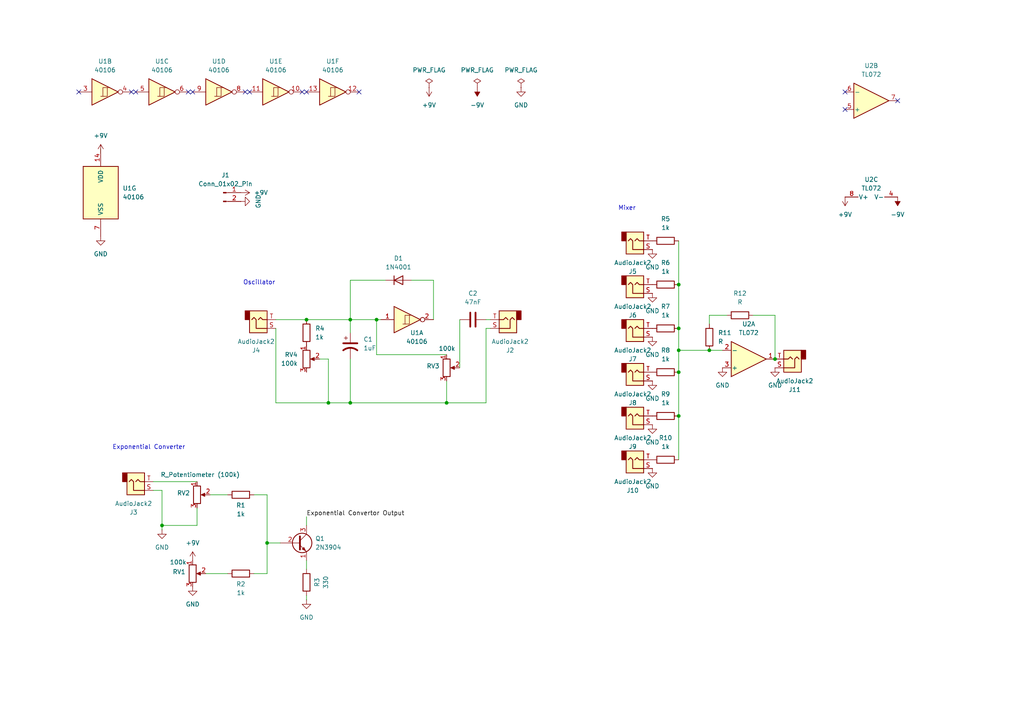
<source format=kicad_sch>
(kicad_sch (version 20231120) (generator "eeschema") (generator_version "8.0")
  (paper "A4")
  (title_block (title "Unstable VCO") (date "2024-04-28") (rev "1") (company "Moon Ha") (comment 1 "www.sustainable-music.org"))
  (lib_symbols
    (symbol "4xxx:40106" (pin_names (offset 1.016))
      (property "Reference" "U" (at 0 1.27 0))
      (property "Value" "40106" (at 0 -1.27 0))
      (symbol "40106_1_0"
        (polyline (pts (xy -0.635 -1.27) (xy -0.635 1.27) (xy 0.635 1.27)))
        (polyline (pts (xy -3.81 3.81) (xy -3.81 -3.81) (xy 3.81 0) (xy -3.81 3.81)) (stroke (width 0.254)) (fill (type background)))
        (polyline (pts (xy -1.27 -1.27) (xy 0.635 -1.27) (xy 0.635 1.27) (xy 1.27 1.27)))
        (pin input line (at -7.62 0 0) (length 3.81) (name "~") (number "1"))
        (pin output inverted (at 7.62 0 180) (length 3.81) (name "~") (number "2"))
      )
      (symbol "40106_2_0"
        (polyline (pts (xy -0.635 -1.27) (xy -0.635 1.27) (xy 0.635 1.27)))
        (polyline (pts (xy -3.81 3.81) (xy -3.81 -3.81) (xy 3.81 0) (xy -3.81 3.81)) (stroke (width 0.254)) (fill (type background)))
        (polyline (pts (xy -1.27 -1.27) (xy 0.635 -1.27) (xy 0.635 1.27) (xy 1.27 1.27)))
        (pin input line (at -7.62 0 0) (length 3.81) (name "~") (number "3"))
        (pin output inverted (at 7.62 0 180) (length 3.81) (name "~") (number "4"))
      )
      (symbol "40106_3_0"
        (polyline (pts (xy -0.635 -1.27) (xy -0.635 1.27) (xy 0.635 1.27)))
        (polyline (pts (xy -3.81 3.81) (xy -3.81 -3.81) (xy 3.81 0) (xy -3.81 3.81)) (stroke (width 0.254)) (fill (type background)))
        (polyline (pts (xy -1.27 -1.27) (xy 0.635 -1.27) (xy 0.635 1.27) (xy 1.27 1.27)))
        (pin input line (at -7.62 0 0) (length 3.81) (name "~") (number "5"))
        (pin output inverted (at 7.62 0 180) (length 3.81) (name "~") (number "6"))
      )
      (symbol "40106_4_0"
        (polyline (pts (xy -0.635 -1.27) (xy -0.635 1.27) (xy 0.635 1.27)))
        (polyline (pts (xy -3.81 3.81) (xy -3.81 -3.81) (xy 3.81 0) (xy -3.81 3.81)) (stroke (width 0.254)) (fill (type background)))
        (polyline (pts (xy -1.27 -1.27) (xy 0.635 -1.27) (xy 0.635 1.27) (xy 1.27 1.27)))
        (pin output inverted (at 7.62 0 180) (length 3.81) (name "~") (number "8"))
        (pin input line (at -7.62 0 0) (length 3.81) (name "~") (number "9"))
      )
      (symbol "40106_5_0"
        (polyline (pts (xy -0.635 -1.27) (xy -0.635 1.27) (xy 0.635 1.27)))
        (polyline (pts (xy -3.81 3.81) (xy -3.81 -3.81) (xy 3.81 0) (xy -3.81 3.81)) (stroke (width 0.254)) (fill (type background)))
        (polyline (pts (xy -1.27 -1.27) (xy 0.635 -1.27) (xy 0.635 1.27) (xy 1.27 1.27)))
        (pin output inverted (at 7.62 0 180) (length 3.81) (name "~") (number "10"))
        (pin input line (at -7.62 0 0) (length 3.81) (name "~") (number "11"))
      )
      (symbol "40106_6_0"
        (polyline (pts (xy -0.635 -1.27) (xy -0.635 1.27) (xy 0.635 1.27)))
        (polyline (pts (xy -3.81 3.81) (xy -3.81 -3.81) (xy 3.81 0) (xy -3.81 3.81)) (stroke (width 0.254)) (fill (type background)))
        (polyline (pts (xy -1.27 -1.27) (xy 0.635 -1.27) (xy 0.635 1.27) (xy 1.27 1.27)))
        (pin output inverted (at 7.62 0 180) (length 3.81) (name "~") (number "12"))
        (pin input line (at -7.62 0 0) (length 3.81) (name "~") (number "13"))
      )
      (symbol "40106_7_0"
        (pin power_in line (at 0 12.7 270) (length 5.08) (name "VDD") (number "14"))
        (pin power_in line (at 0 -12.7 90) (length 5.08) (name "VSS") (number "7"))
      )
      (symbol "40106_7_1"
        (rectangle (start -5.08 7.62) (end 5.08 -7.62) (stroke (width 0.254)) (fill (type background)))
      )
    )
    (symbol "Amplifier_Operational:TL072" (pin_names (offset 0.127))
      (property "Reference" "U" (at 0 5.08 0))
      (property "Value" "TL072" (at 0 -5.08 0))
      (symbol "TL072_1_1"
        (polyline (pts (xy -5.08 5.08) (xy 5.08 0) (xy -5.08 -5.08) (xy -5.08 5.08)) (stroke (width 0.254)) (fill (type background)))
        (pin output line (at 7.62 0 180) (length 2.54) (name "~") (number "1"))
        (pin input line (at -7.62 -2.54 0) (length 2.54) (name "-") (number "2"))
        (pin input line (at -7.62 2.54 0) (length 2.54) (name "+") (number "3"))
      )
      (symbol "TL072_2_1"
        (polyline (pts (xy -5.08 5.08) (xy 5.08 0) (xy -5.08 -5.08) (xy -5.08 5.08)) (stroke (width 0.254)) (fill (type background)))
        (pin input line (at -7.62 2.54 0) (length 2.54) (name "+") (number "5"))
        (pin input line (at -7.62 -2.54 0) (length 2.54) (name "-") (number "6"))
        (pin output line (at 7.62 0 180) (length 2.54) (name "~") (number "7"))
      )
      (symbol "TL072_3_1"
        (pin power_in line (at -2.54 -7.62 90) (length 3.81) (name "V-") (number "4"))
        (pin power_in line (at -2.54 7.62 270) (length 3.81) (name "V+") (number "8"))
      )
    )
    (symbol "Connector:Conn_01x02_Pin" (pin_names (offset 1.016) hide)
      (property "Reference" "J" (at 0 2.54 0))
      (property "Value" "Conn_01x02_Pin" (at 0 -5.08 0))
      (symbol "Conn_01x02_Pin_1_1"
        (polyline (pts (xy 1.27 -2.54) (xy 0.8636 -2.54)) (stroke (width 0.1524)))
        (polyline (pts (xy 1.27 0) (xy 0.8636 0)) (stroke (width 0.1524)))
        (rectangle (start 0.8636 -2.413) (end 0 -2.667) (stroke (width 0.1524)) (fill (type outline)))
        (rectangle (start 0.8636 0.127) (end 0 -0.127) (stroke (width 0.1524)) (fill (type outline)))
        (pin passive line (at 5.08 0 180) (length 3.81) (name "Pin_1") (number "1"))
        (pin passive line (at 5.08 -2.54 180) (length 3.81) (name "Pin_2") (number "2"))
      )
    )
    (symbol "Connector_Audio:AudioJack2"
      (property "Reference" "J" (at 0 8.89 0))
      (property "Value" "AudioJack2" (at 0 6.35 0))
      (symbol "AudioJack2_0_1"
        (rectangle (start -3.81 0) (end -2.54 -2.54) (stroke (width 0.254)) (fill (type outline)))
        (rectangle (start -2.54 3.81) (end 2.54 -2.54) (stroke (width 0.254)) (fill (type background)))
        (polyline (pts (xy 0 0) (xy 0.635 -0.635) (xy 1.27 0) (xy 2.54 0)) (stroke (width 0.254)))
        (polyline (pts (xy 2.54 2.54) (xy -0.635 2.54) (xy -0.635 0) (xy -1.27 -0.635) (xy -1.905 0)) (stroke (width 0.254)))
      )
      (symbol "AudioJack2_1_1"
        (pin passive line (at 5.08 2.54 180) (length 2.54) (name "~") (number "S"))
        (pin passive line (at 5.08 0 180) (length 2.54) (name "~") (number "T"))
      )
    )
    (symbol "Device:C" (pin_numbers hide) (pin_names (offset 0.254))
      (property "Reference" "C" (at 0.635 2.54 0))
      (property "Value" "C" (at 0.635 -2.54 0))
      (symbol "C_0_1"
        (polyline (pts (xy -2.032 -0.762) (xy 2.032 -0.762)) (stroke (width 0.508)))
        (polyline (pts (xy -2.032 0.762) (xy 2.032 0.762)) (stroke (width 0.508)))
      )
      (symbol "C_1_1"
        (pin passive line (at 0 3.81 270) (length 2.794) (name "~") (number "1"))
        (pin passive line (at 0 -3.81 90) (length 2.794) (name "~") (number "2"))
      )
    )
    (symbol "Device:C_Polarized_US" (pin_numbers hide) (pin_names (offset 0.254) hide)
      (property "Reference" "C" (at 0.635 2.54 0))
      (property "Value" "C_Polarized_US" (at 0.635 -2.54 0))
      (symbol "C_Polarized_US_0_1"
        (polyline (pts (xy -2.032 0.762) (xy 2.032 0.762)) (stroke (width 0.508)))
        (polyline (pts (xy -1.778 2.286) (xy -0.762 2.286)))
        (polyline (pts (xy -1.27 1.778) (xy -1.27 2.794)))
        (arc (start 2.032 -1.27) (mid 0 -0.5572) (end -2.032 -1.27) (stroke (width 0.508)))
      )
      (symbol "C_Polarized_US_1_1"
        (pin passive line (at 0 3.81 270) (length 2.794) (name "~") (number "1"))
        (pin passive line (at 0 -3.81 90) (length 3.302) (name "~") (number "2"))
      )
    )
    (symbol "Device:D" (pin_numbers hide) (pin_names (offset 1.016) hide)
      (property "Reference" "D" (at 0 2.54 0))
      (property "Value" "D" (at 0 -2.54 0))
      (symbol "D_0_1"
        (polyline (pts (xy -1.27 1.27) (xy -1.27 -1.27)) (stroke (width 0.254)))
        (polyline (pts (xy 1.27 0) (xy -1.27 0)))
        (polyline (pts (xy 1.27 1.27) (xy 1.27 -1.27) (xy -1.27 0) (xy 1.27 1.27)) (stroke (width 0.254)))
      )
      (symbol "D_1_1"
        (pin passive line (at -3.81 0 0) (length 2.54) (name "K") (number "1"))
        (pin passive line (at 3.81 0 180) (length 2.54) (name "A") (number "2"))
      )
    )
    (symbol "Device:R" (pin_numbers hide) (pin_names (offset 0))
      (property "Reference" "R" (at 2.032 0 90))
      (property "Value" "R" (at 0 0 90))
      (symbol "R_0_1"
        (rectangle (start -1.016 -2.54) (end 1.016 2.54) (stroke (width 0.254)))
      )
      (symbol "R_1_1"
        (pin passive line (at 0 3.81 270) (length 1.27) (name "~") (number "1"))
        (pin passive line (at 0 -3.81 90) (length 1.27) (name "~") (number "2"))
      )
    )
    (symbol "Device:R_Potentiometer" (pin_names (offset 1.016) hide)
      (property "Reference" "RV" (at -4.445 0 90))
      (property "Value" "R_Potentiometer" (at -2.54 0 90))
      (symbol "R_Potentiometer_0_1"
        (polyline (pts (xy 2.54 0) (xy 1.524 0)))
        (polyline (pts (xy 1.143 0) (xy 2.286 0.508) (xy 2.286 -0.508) (xy 1.143 0)) (fill (type outline)))
        (rectangle (start 1.016 2.54) (end -1.016 -2.54) (stroke (width 0.254)))
      )
      (symbol "R_Potentiometer_1_1"
        (pin passive line (at 0 3.81 270) (length 1.27) (name "1") (number "1"))
        (pin passive line (at 3.81 0 180) (length 1.27) (name "2") (number "2"))
        (pin passive line (at 0 -3.81 90) (length 1.27) (name "3") (number "3"))
      )
    )
    (symbol "Transistor_BJT:2N3904" (pin_names (offset 0) hide)
      (property "Reference" "Q" (at 5.08 1.905 0))
      (property "Value" "2N3904" (at 5.08 0 0))
      (symbol "2N3904_0_1"
        (polyline (pts (xy 0.635 0.635) (xy 2.54 2.54)))
        (polyline (pts (xy 0.635 -0.635) (xy 2.54 -2.54) (xy 2.54 -2.54)))
        (polyline (pts (xy 0.635 1.905) (xy 0.635 -1.905) (xy 0.635 -1.905)) (stroke (width 0.508)))
        (polyline (pts (xy 1.27 -1.778) (xy 1.778 -1.27) (xy 2.286 -2.286) (xy 1.27 -1.778) (xy 1.27 -1.778)) (fill (type outline)))
        (circle (center 1.27 0) (radius 2.8194) (stroke (width 0.254)))
      )
      (symbol "2N3904_1_1"
        (pin passive line (at 2.54 -5.08 90) (length 2.54) (name "E") (number "1"))
        (pin passive line (at -5.08 0 0) (length 5.715) (name "B") (number "2"))
        (pin passive line (at 2.54 5.08 270) (length 2.54) (name "C") (number "3"))
      )
    )
    (symbol "power:+9V" (power) (pin_numbers hide) (pin_names (offset 0) hide)
      (property "Value" "+9V" (at 0 3.556 0))
      (symbol "+9V_0_1"
        (polyline (pts (xy -0.762 1.27) (xy 0 2.54)))
        (polyline (pts (xy 0 0) (xy 0 2.54)))
        (polyline (pts (xy 0 2.54) (xy 0.762 1.27)))
      )
      (symbol "+9V_1_1"
        (pin power_in line (at 0 0 90) (length 0) (name "~") (number "1"))
      )
    )
    (symbol "power:-9V" (power) (pin_numbers hide) (pin_names (offset 0) hide)
      (property "Value" "-9V" (at 0 3.556 0))
      (symbol "-9V_0_1"
        (polyline (pts (xy 0 0) (xy 0 2.54)))
        (polyline (pts (xy 0.762 1.27) (xy -0.762 1.27) (xy 0 2.54) (xy 0.762 1.27)) (fill (type outline)))
      )
      (symbol "-9V_1_1"
        (pin power_in line (at 0 0 90) (length 0) (name "~") (number "1"))
      )
    )
    (symbol "power:GND" (power) (pin_numbers hide) (pin_names (offset 0) hide)
      (property "Value" "GND" (at 0 -3.81 0))
      (symbol "GND_0_1"
        (polyline (pts (xy 0 0) (xy 0 -1.27) (xy 1.27 -1.27) (xy 0 -2.54) (xy -1.27 -1.27) (xy 0 -1.27)))
      )
      (symbol "GND_1_1"
        (pin power_in line (at 0 0 270) (length 0) (name "~") (number "1"))
      )
    )
    (symbol "power:PWR_FLAG" (power) (pin_numbers hide) (pin_names (offset 0) hide)
      (property "Value" "PWR_FLAG" (at 0 3.81 0))
      (symbol "PWR_FLAG_0_0"
        (pin power_out line (at 0 0 90) (length 0) (name "~") (number "1"))
      )
      (symbol "PWR_FLAG_0_1"
        (polyline (pts (xy 0 0) (xy 0 1.27) (xy -1.016 1.905) (xy 0 2.54) (xy 1.016 1.905) (xy 0 1.27)))
      )
    )
  )
  (junction (at 196.85 101.6))
  (junction (at 196.85 95.25))
  (junction (at 46.99 152.4))
  (junction (at 196.85 107.95))
  (junction (at 101.6 116.84))
  (junction (at 101.6 92.71))
  (junction (at 205.74 101.6))
  (junction (at 196.85 120.65))
  (junction (at 129.54 116.84))
  (junction (at 88.9 92.71))
  (junction (at 109.22 92.71))
  (junction (at 196.85 82.55))
  (junction (at 77.47 157.48))
  (junction (at 224.79 104.14))
  (junction (at 95.25 116.84))
  (no_connect (at 87.63 26.67))
  (no_connect (at 55.88 26.67))
  (no_connect (at 104.14 26.67))
  (no_connect (at 72.39 26.67))
  (no_connect (at 71.12 26.67))
  (no_connect (at 245.11 31.75))
  (no_connect (at 39.37 26.67))
  (no_connect (at 38.1 26.67))
  (no_connect (at 245.11 26.67))
  (no_connect (at 88.9 26.67))
  (no_connect (at 22.86 26.67))
  (no_connect (at 260.35 29.21))
  (no_connect (at 54.61 26.67))
  (wire (pts (xy 46.99 142.24) (xy 46.99 152.4)))
  (wire (pts (xy 88.9 92.71) (xy 101.6 92.71)))
  (wire (pts (xy 101.6 116.84) (xy 129.54 116.84)))
  (wire (pts (xy 29.21 44.45) (xy 29.21 43.18)))
  (wire (pts (xy 60.96 143.51) (xy 66.04 143.51)))
  (wire (pts (xy 73.66 143.51) (xy 77.47 143.51)))
  (wire (pts (xy 101.6 92.71) (xy 109.22 92.71)))
  (wire (pts (xy 140.97 95.25) (xy 142.24 95.25)))
  (wire (pts (xy 77.47 157.48) (xy 81.28 157.48)))
  (wire (pts (xy 101.6 92.71) (xy 101.6 96.52)))
  (wire (pts (xy 109.22 102.87) (xy 129.54 102.87)))
  (wire (pts (xy 80.01 92.71) (xy 88.9 92.71)))
  (wire (pts (xy 196.85 82.55) (xy 196.85 95.25)))
  (wire (pts (xy 46.99 152.4) (xy 46.99 153.67)))
  (wire (pts (xy 111.76 81.28) (xy 101.6 81.28)))
  (wire (pts (xy 205.74 101.6) (xy 196.85 101.6)))
  (wire (pts (xy 59.69 166.37) (xy 66.04 166.37)))
  (wire (pts (xy 140.97 95.25) (xy 140.97 116.84)))
  (wire (pts (xy 95.25 116.84) (xy 101.6 116.84)))
  (wire (pts (xy 133.35 92.71) (xy 133.35 106.68)))
  (wire (pts (xy 196.85 95.25) (xy 196.85 101.6)))
  (wire (pts (xy 109.22 92.71) (xy 109.22 102.87)))
  (wire (pts (xy 125.73 92.71) (xy 125.73 81.28)))
  (wire (pts (xy 142.24 92.71) (xy 140.97 92.71)))
  (wire (pts (xy 196.85 120.65) (xy 196.85 133.35)))
  (wire (pts (xy 80.01 116.84) (xy 95.25 116.84)))
  (wire (pts (xy 88.9 172.72) (xy 88.9 173.99)))
  (wire (pts (xy 218.44 91.44) (xy 224.79 91.44)))
  (wire (pts (xy 129.54 116.84) (xy 140.97 116.84)))
  (wire (pts (xy 80.01 95.25) (xy 80.01 116.84)))
  (wire (pts (xy 205.74 93.98) (xy 205.74 91.44)))
  (wire (pts (xy 92.71 104.14) (xy 95.25 104.14)))
  (wire (pts (xy 57.15 152.4) (xy 46.99 152.4)))
  (wire (pts (xy 129.54 110.49) (xy 129.54 116.84)))
  (wire (pts (xy 196.85 101.6) (xy 196.85 107.95)))
  (wire (pts (xy 73.66 166.37) (xy 77.47 166.37)))
  (wire (pts (xy 77.47 166.37) (xy 77.47 157.48)))
  (wire (pts (xy 44.45 139.7) (xy 57.15 139.7)))
  (wire (pts (xy 209.55 101.6) (xy 205.74 101.6)))
  (wire (pts (xy 57.15 147.32) (xy 57.15 152.4)))
  (wire (pts (xy 196.85 107.95) (xy 196.85 120.65)))
  (wire (pts (xy 224.79 91.44) (xy 224.79 104.14)))
  (wire (pts (xy 88.9 152.4) (xy 88.9 149.86)))
  (wire (pts (xy 196.85 69.85) (xy 196.85 82.55)))
  (wire (pts (xy 125.73 81.28) (xy 119.38 81.28)))
  (wire (pts (xy 95.25 104.14) (xy 95.25 116.84)))
  (wire (pts (xy 44.45 142.24) (xy 46.99 142.24)))
  (wire (pts (xy 101.6 81.28) (xy 101.6 92.71)))
  (wire (pts (xy 101.6 104.14) (xy 101.6 116.84)))
  (wire (pts (xy 109.22 92.71) (xy 110.49 92.71)))
  (wire (pts (xy 205.74 91.44) (xy 210.82 91.44)))
  (wire (pts (xy 88.9 162.56) (xy 88.9 165.1)))
  (wire (pts (xy 77.47 143.51) (xy 77.47 157.48)))
  (text "Mixer" (at 181.864 60.452 0) (effects (font (size 1.27 1.27))))
  (text "Oscillator" (at 75.184 82.042 0) (effects (font (size 1.27 1.27))))
  (text "Exponential Converter" (at 43.18 129.794 0) (effects (font (size 1.27 1.27))))
  (label "Exponential Convertor Output" (at 88.9 149.86 0))
  (symbol (lib_id "Device:C") (at 137.16 92.71 90) (unit 1)
    (property "Reference" "C2" (at 137.16 85.09 90))
    (property "Value" "47nF" (at 137.16 87.63 90))
    (property "Description" "Unpolarized capacitor" (effects (hide yes)))
  )
  (symbol (lib_id "power:GND") (at 46.99 153.67 0) (unit 1)
    (property "Reference" "#PWR05" (effects (hide yes)))
    (property "Value" "GND" (at 46.99 158.75 0))
    (property "Description" "Power symbol creates a global label with name \"GND\" , ground" (effects (hide yes)))
  )
  (symbol (lib_id "Connector:Conn_01x02_Pin") (at 64.77 55.88 0) (unit 1)
    (property "Reference" "J1" (at 65.405 50.8 0))
    (property "Value" "Conn_01x02_Pin" (at 65.405 53.34 0))
    (property "Footprint" "Connector_PinHeader_2.54mm:PinHeader_1x02_P2.54mm_Vertical" (effects (hide yes)))
    (property "Description" "Generic connector, single row, 01x02, script generated" (effects (hide yes)))
  )
  (symbol (lib_id "Transistor_BJT:2N3904") (at 86.36 157.48 0) (unit 1)
    (property "Reference" "Q1" (at 91.44 156.2099 0) (effects (justify left)))
    (property "Value" "2N3904" (at 91.44 158.7499 0) (effects (justify left)))
    (property "Footprint" "Package_TO_SOT_SMD:SOT-23_Handsoldering" (effects (hide yes)))
    (property "Datasheet" "https://www.onsemi.com/pub/Collateral/2N3903-D.PDF" (effects (hide yes)))
    (property "Description" "0.2A Ic, 40V Vce, Small Signal NPN Transistor, TO-92" (effects (hide yes)))
  )
  (symbol (lib_id "power:PWR_FLAG") (at 124.46 25.4 0) (unit 1)
    (property "Reference" "#FLG01" (effects (hide yes)))
    (property "Value" "PWR_FLAG" (at 124.46 20.32 0))
    (property "Description" "Special symbol for telling ERC where power comes from" (effects (hide yes)))
  )
  (symbol (lib_id "power:GND") (at 189.23 110.49 0) (unit 1)
    (property "Reference" "#PWR014" (effects (hide yes)))
    (property "Value" "GND" (at 189.23 115.57 0))
    (property "Description" "Power symbol creates a global label with name \"GND\" , ground" (effects (hide yes)))
  )
  (symbol (lib_id "Connector_Audio:AudioJack2") (at 74.93 92.71 0) (mirror x) (unit 1)
    (property "Reference" "J4" (at 74.295 101.6 0))
    (property "Value" "AudioJack2" (at 74.295 99.06 0))
    (property "Description" "Audio Jack, 2 Poles (Mono / TS)" (effects (hide yes)))
  )
  (symbol (lib_id "Device:R_Potentiometer") (at 129.54 106.68 0) (unit 1)
    (property "Reference" "RV3" (at 127.508 106.172 0) (effects (justify right)))
    (property "Value" "100k" (at 132.08 101.092 0) (effects (justify right)))
    (property "Footprint" "potentiometer:Potentiometer (general, 11mm, 1mm)" (effects (hide yes)))
    (property "Description" "Potentiometer" (effects (hide yes)))
  )
  (symbol (lib_id "Device:R") (at 193.04 120.65 90) (unit 1)
    (property "Reference" "R9" (at 193.04 114.3 90))
    (property "Value" "1k" (at 193.04 116.84 90))
    (property "Description" "Resistor" (effects (hide yes)))
  )
  (symbol (lib_id "Connector_Audio:AudioJack2") (at 184.15 69.85 0) (mirror x) (unit 1)
    (property "Reference" "J5" (at 183.515 78.74 0))
    (property "Value" "AudioJack2" (at 183.515 76.2 0))
    (property "Description" "Audio Jack, 2 Poles (Mono / TS)" (effects (hide yes)))
  )
  (symbol (lib_id "power:GND") (at 29.21 68.58 0) (unit 1)
    (property "Reference" "#PWR02" (effects (hide yes)))
    (property "Value" "GND" (at 29.21 73.66 0))
    (property "Description" "Power symbol creates a global label with name \"GND\" , ground" (effects (hide yes)))
  )
  (symbol (lib_id "power:GND") (at 55.88 170.18 0) (unit 1)
    (property "Reference" "#PWR07" (effects (hide yes)))
    (property "Value" "GND" (at 55.88 175.26 0))
    (property "Description" "Power symbol creates a global label with name \"GND\" , ground" (effects (hide yes)))
  )
  (symbol (lib_id "Device:R") (at 88.9 168.91 180) (unit 1)
    (property "Reference" "R3" (at 91.948 168.91 90))
    (property "Value" "330" (at 94.488 168.91 90))
    (property "Footprint" "Resistor_SMD:R_0805_2012Metric_Pad1.20x1.40mm_HandSolder" (effects (hide yes)))
    (property "Description" "Resistor" (effects (hide yes)))
  )
  (symbol (lib_id "power:+9V") (at 124.46 25.4 180) (unit 1)
    (property "Reference" "#PWR08" (effects (hide yes)))
    (property "Value" "+9V" (at 124.46 30.48 0))
    (property "Description" "Power symbol creates a global label with name \"+9V\"" (effects (hide yes)))
  )
  (symbol (lib_id "Connector_Audio:AudioJack2") (at 147.32 92.71 180) (unit 1)
    (property "Reference" "J2" (at 147.955 101.6 0))
    (property "Value" "AudioJack2" (at 147.955 99.06 0))
    (property "Description" "Audio Jack, 2 Poles (Mono / TS)" (effects (hide yes)))
  )
  (symbol (lib_id "Connector_Audio:AudioJack2") (at 184.15 120.65 0) (mirror x) (unit 1)
    (property "Reference" "J9" (at 183.515 129.54 0))
    (property "Value" "AudioJack2" (at 183.515 127 0))
    (property "Description" "Audio Jack, 2 Poles (Mono / TS)" (effects (hide yes)))
  )
  (symbol (lib_id "power:PWR_FLAG") (at 138.43 25.4 0) (unit 1)
    (property "Reference" "#FLG03" (effects (hide yes)))
    (property "Value" "PWR_FLAG" (at 138.43 20.32 0))
    (property "Description" "Special symbol for telling ERC where power comes from" (effects (hide yes)))
  )
  (symbol (lib_id "Device:R") (at 205.74 97.79 0) (unit 1)
    (property "Reference" "R11" (at 208.28 96.5199 0) (effects (justify left)))
    (property "Value" "R" (at 208.28 99.0599 0) (effects (justify left)))
    (property "Description" "Resistor" (effects (hide yes)))
  )
  (symbol (lib_id "Device:R") (at 193.04 133.35 90) (unit 1)
    (property "Reference" "R10" (at 193.04 127 90))
    (property "Value" "1k" (at 193.04 129.54 90))
    (property "Description" "Resistor" (effects (hide yes)))
  )
  (symbol (lib_id "power:GND") (at 224.79 106.68 0) (unit 1)
    (property "Reference" "#PWR021" (effects (hide yes)))
    (property "Value" "GND" (at 224.79 111.76 0))
    (property "Description" "Power symbol creates a global label with name \"GND\" , ground" (effects (hide yes)))
  )
  (symbol (lib_id "power:+9V") (at 55.88 162.56 0) (unit 1)
    (property "Reference" "#PWR06" (effects (hide yes)))
    (property "Value" "+9V" (at 55.88 157.48 0))
    (property "Description" "Power symbol creates a global label with name \"+9V\"" (effects (hide yes)))
  )
  (symbol (lib_id "Device:D") (at 115.57 81.28 0) (unit 1)
    (property "Reference" "D1" (at 115.57 74.93 0))
    (property "Value" "1N4001" (at 115.57 77.47 0))
    (property "Footprint" "Diode_SMD:D_SOD-123" (effects (hide yes)))
    (property "Description" "Diode" (effects (hide yes)))
    (property "Sim.Device" "D" (effects (hide yes)))
    (property "Sim.Pins" "1=K 2=A" (effects (hide yes)))
  )
  (symbol (lib_id "power:PWR_FLAG") (at 151.13 25.4 0) (unit 1)
    (property "Reference" "#FLG02" (effects (hide yes)))
    (property "Value" "PWR_FLAG" (at 151.13 20.32 0))
    (property "Description" "Special symbol for telling ERC where power comes from" (effects (hide yes)))
  )
  (symbol (lib_id "Device:R_Potentiometer") (at 55.88 166.37 0) (unit 1)
    (property "Reference" "RV1" (at 53.848 165.862 0) (effects (justify right)))
    (property "Value" "100k" (at 54.102 163.068 0) (effects (justify right)))
    (property "Footprint" "potentiometer:Potentiometer (general, 11mm, 1mm)" (effects (hide yes)))
    (property "Description" "Potentiometer" (effects (hide yes)))
  )
  (symbol (lib_id "4xxx:40106") (at 29.21 55.88 0) (unit 7)
    (property "Reference" "U1" (at 35.56 54.6099 0) (effects (justify left)))
    (property "Value" "40106" (at 35.56 57.1499 0) (effects (justify left)))
    (property "Footprint" "Package_DIP:DIP-14_W8.89mm_SMDSocket_LongPads" (effects (hide yes)))
    (property "Datasheet" "https://assets.nexperia.com/documents/data-sheet/HEF40106B.pdf" (effects (hide yes)))
    (property "Description" "Hex Schmitt trigger inverter" (effects (hide yes)))
  )
  (symbol (lib_id "power:-9V") (at 260.35 57.15 180) (unit 1)
    (property "Reference" "#PWR018" (effects (hide yes)))
    (property "Value" "-9V" (at 260.35 62.23 0))
    (property "Description" "Power symbol creates a global label with name \"-9V\"" (effects (hide yes)))
  )
  (symbol (lib_id "4xxx:40106") (at 30.48 26.67 0) (unit 2)
    (property "Reference" "U1" (at 30.48 17.78 0))
    (property "Value" "40106" (at 30.48 20.32 0))
    (property "Footprint" "Package_DIP:DIP-14_W8.89mm_SMDSocket_LongPads" (effects (hide yes)))
    (property "Datasheet" "https://assets.nexperia.com/documents/data-sheet/HEF40106B.pdf" (effects (hide yes)))
    (property "Description" "Hex Schmitt trigger inverter" (effects (hide yes)))
  )
  (symbol (lib_id "power:GND") (at 189.23 97.79 0) (unit 1)
    (property "Reference" "#PWR013" (effects (hide yes)))
    (property "Value" "GND" (at 189.23 102.87 0))
    (property "Description" "Power symbol creates a global label with name \"GND\" , ground" (effects (hide yes)))
  )
  (symbol (lib_id "power:GND") (at 151.13 25.4 0) (unit 1)
    (property "Reference" "#PWR09" (effects (hide yes)))
    (property "Value" "GND" (at 151.13 30.48 0))
    (property "Description" "Power symbol creates a global label with name \"GND\" , ground" (effects (hide yes)))
  )
  (symbol (lib_id "Device:R") (at 69.85 166.37 90) (unit 1)
    (property "Reference" "R2" (at 69.85 169.418 90))
    (property "Value" "1k" (at 69.85 171.958 90))
    (property "Footprint" "Resistor_SMD:R_0805_2012Metric_Pad1.20x1.40mm_HandSolder" (effects (hide yes)))
    (property "Description" "Resistor" (effects (hide yes)))
  )
  (symbol (lib_id "Amplifier_Operational:TL072") (at 252.73 29.21 0) (mirror x) (unit 2)
    (property "Reference" "U2" (at 252.73 19.05 0))
    (property "Value" "TL072" (at 252.73 21.59 0))
    (property "Datasheet" "http://www.ti.com/lit/ds/symlink/tl071.pdf" (effects (hide yes)))
    (property "Description" "Dual Low-Noise JFET-Input Operational Amplifiers, DIP-8/SOIC-8" (effects (hide yes)))
  )
  (symbol (lib_id "Device:R") (at 69.85 143.51 90) (unit 1)
    (property "Reference" "R1" (at 69.85 146.558 90))
    (property "Value" "1k" (at 69.85 149.098 90))
    (property "Footprint" "Resistor_SMD:R_0805_2012Metric_Pad1.20x1.40mm_HandSolder" (effects (hide yes)))
    (property "Description" "Resistor" (effects (hide yes)))
  )
  (symbol (lib_id "power:+9V") (at 69.85 55.88 270) (unit 1)
    (property "Reference" "#PWR03" (effects (hide yes)))
    (property "Value" "+9V" (at 73.66 55.8799 90) (effects (justify left)))
    (property "Description" "Power symbol creates a global label with name \"+9V\"" (effects (hide yes)))
  )
  (symbol (lib_id "Device:R_Potentiometer") (at 57.15 143.51 0) (unit 1)
    (property "Reference" "RV2" (at 55.118 143.002 0) (effects (justify right)))
    (property "Value" "R_Potentiometer (100k)" (at 69.596 137.668 0) (effects (justify right)))
    (property "Footprint" "potentiometer:Potentiometer (general, 11mm, 1mm)" (effects (hide yes)))
    (property "Description" "Potentiometer" (effects (hide yes)))
  )
  (symbol (lib_id "Device:R_Potentiometer") (at 88.9 104.14 0) (unit 1)
    (property "Reference" "RV4" (at 86.36 102.8699 0) (effects (justify right)))
    (property "Value" "100k" (at 86.36 105.4099 0) (effects (justify right)))
    (property "Description" "Potentiometer" (effects (hide yes)))
  )
  (symbol (lib_id "Connector_Audio:AudioJack2") (at 184.15 95.25 0) (mirror x) (unit 1)
    (property "Reference" "J7" (at 183.515 104.14 0))
    (property "Value" "AudioJack2" (at 183.515 101.6 0))
    (property "Description" "Audio Jack, 2 Poles (Mono / TS)" (effects (hide yes)))
  )
  (symbol (lib_id "Device:R") (at 193.04 95.25 90) (unit 1)
    (property "Reference" "R7" (at 193.04 88.9 90))
    (property "Value" "1k" (at 193.04 91.44 90))
    (property "Description" "Resistor" (effects (hide yes)))
  )
  (symbol (lib_id "power:+9V") (at 29.21 44.45 0) (unit 1)
    (property "Reference" "#PWR01" (effects (hide yes)))
    (property "Value" "+9V" (at 29.21 39.37 0))
    (property "Description" "Power symbol creates a global label with name \"+9V\"" (effects (hide yes)))
  )
  (symbol (lib_id "Device:R") (at 88.9 96.52 0) (unit 1)
    (property "Reference" "R4" (at 91.44 95.2499 0) (effects (justify left)))
    (property "Value" "1k" (at 91.44 97.7899 0) (effects (justify left)))
    (property "Description" "Resistor" (effects (hide yes)))
  )
  (symbol (lib_id "4xxx:40106") (at 96.52 26.67 0) (unit 6)
    (property "Reference" "U1" (at 96.52 17.78 0))
    (property "Value" "40106" (at 96.52 20.32 0))
    (property "Footprint" "Package_DIP:DIP-14_W8.89mm_SMDSocket_LongPads" (effects (hide yes)))
    (property "Datasheet" "https://assets.nexperia.com/documents/data-sheet/HEF40106B.pdf" (effects (hide yes)))
    (property "Description" "Hex Schmitt trigger inverter" (effects (hide yes)))
  )
  (symbol (lib_id "Connector_Audio:AudioJack2") (at 184.15 133.35 0) (mirror x) (unit 1)
    (property "Reference" "J10" (at 183.515 142.24 0))
    (property "Value" "AudioJack2" (at 183.515 139.7 0))
    (property "Description" "Audio Jack, 2 Poles (Mono / TS)" (effects (hide yes)))
  )
  (symbol (lib_id "Amplifier_Operational:TL072") (at 217.17 104.14 0) (mirror x) (unit 1)
    (property "Reference" "U2" (at 217.17 93.98 0))
    (property "Value" "TL072" (at 217.17 96.52 0))
    (property "Datasheet" "http://www.ti.com/lit/ds/symlink/tl071.pdf" (effects (hide yes)))
    (property "Description" "Dual Low-Noise JFET-Input Operational Amplifiers, DIP-8/SOIC-8" (effects (hide yes)))
  )
  (symbol (lib_id "4xxx:40106") (at 118.11 92.71 0) (unit 1)
    (property "Reference" "U1" (at 120.904 96.52 0))
    (property "Value" "40106" (at 120.904 99.06 0))
    (property "Footprint" "Package_DIP:DIP-14_W8.89mm_SMDSocket_LongPads" (effects (hide yes)))
    (property "Datasheet" "https://assets.nexperia.com/documents/data-sheet/HEF40106B.pdf" (effects (hide yes)))
    (property "Description" "Hex Schmitt trigger inverter" (effects (hide yes)))
  )
  (symbol (lib_id "Device:R") (at 193.04 82.55 90) (unit 1)
    (property "Reference" "R6" (at 193.04 76.2 90))
    (property "Value" "1k" (at 193.04 78.74 90))
    (property "Description" "Resistor" (effects (hide yes)))
  )
  (symbol (lib_id "Connector_Audio:AudioJack2") (at 184.15 107.95 0) (mirror x) (unit 1)
    (property "Reference" "J8" (at 183.515 116.84 0))
    (property "Value" "AudioJack2" (at 183.515 114.3 0))
    (property "Description" "Audio Jack, 2 Poles (Mono / TS)" (effects (hide yes)))
  )
  (symbol (lib_id "Device:R") (at 193.04 69.85 90) (unit 1)
    (property "Reference" "R5" (at 193.04 63.5 90))
    (property "Value" "1k" (at 193.04 66.04 90))
    (property "Description" "Resistor" (effects (hide yes)))
  )
  (symbol (lib_id "power:GND") (at 189.23 123.19 0) (unit 1)
    (property "Reference" "#PWR015" (effects (hide yes)))
    (property "Value" "GND" (at 189.23 128.27 0))
    (property "Description" "Power symbol creates a global label with name \"GND\" , ground" (effects (hide yes)))
  )
  (symbol (lib_id "power:GND") (at 69.85 58.42 90) (unit 1)
    (property "Reference" "#PWR04" (effects (hide yes)))
    (property "Value" "GND" (at 74.93 58.42 0))
    (property "Description" "Power symbol creates a global label with name \"GND\" , ground" (effects (hide yes)))
  )
  (symbol (lib_id "4xxx:40106") (at 46.99 26.67 0) (unit 3)
    (property "Reference" "U1" (at 46.99 17.78 0))
    (property "Value" "40106" (at 46.99 20.32 0))
    (property "Footprint" "Package_DIP:DIP-14_W8.89mm_SMDSocket_LongPads" (effects (hide yes)))
    (property "Datasheet" "https://assets.nexperia.com/documents/data-sheet/HEF40106B.pdf" (effects (hide yes)))
    (property "Description" "Hex Schmitt trigger inverter" (effects (hide yes)))
  )
  (symbol (lib_id "4xxx:40106") (at 80.01 26.67 0) (unit 5)
    (property "Reference" "U1" (at 80.01 17.78 0))
    (property "Value" "40106" (at 80.01 20.32 0))
    (property "Footprint" "Package_DIP:DIP-14_W8.89mm_SMDSocket_LongPads" (effects (hide yes)))
    (property "Datasheet" "https://assets.nexperia.com/documents/data-sheet/HEF40106B.pdf" (effects (hide yes)))
    (property "Description" "Hex Schmitt trigger inverter" (effects (hide yes)))
  )
  (symbol (lib_id "Connector_Audio:AudioJack2") (at 229.87 104.14 180) (unit 1)
    (property "Reference" "J11" (at 230.505 113.03 0))
    (property "Value" "AudioJack2" (at 230.505 110.49 0))
    (property "Description" "Audio Jack, 2 Poles (Mono / TS)" (effects (hide yes)))
  )
  (symbol (lib_id "power:GND") (at 88.9 173.99 0) (unit 1)
    (property "Reference" "#PWR010" (effects (hide yes)))
    (property "Value" "GND" (at 88.9 179.07 0))
    (property "Description" "Power symbol creates a global label with name \"GND\" , ground" (effects (hide yes)))
  )
  (symbol (lib_id "Amplifier_Operational:TL072") (at 252.73 59.69 90) (mirror x) (unit 3)
    (property "Reference" "U2" (at 252.73 52.07 90))
    (property "Value" "TL072" (at 252.73 54.61 90))
    (property "Datasheet" "http://www.ti.com/lit/ds/symlink/tl071.pdf" (effects (hide yes)))
    (property "Description" "Dual Low-Noise JFET-Input Operational Amplifiers, DIP-8/SOIC-8" (effects (hide yes)))
  )
  (symbol (lib_id "power:GND") (at 189.23 72.39 0) (unit 1)
    (property "Reference" "#PWR011" (effects (hide yes)))
    (property "Value" "GND" (at 189.23 77.47 0))
    (property "Description" "Power symbol creates a global label with name \"GND\" , ground" (effects (hide yes)))
  )
  (symbol (lib_id "power:+9V") (at 245.11 57.15 180) (unit 1)
    (property "Reference" "#PWR019" (effects (hide yes)))
    (property "Value" "+9V" (at 245.11 62.23 0))
    (property "Description" "Power symbol creates a global label with name \"+9V\"" (effects (hide yes)))
  )
  (symbol (lib_id "power:GND") (at 189.23 85.09 0) (unit 1)
    (property "Reference" "#PWR012" (effects (hide yes)))
    (property "Value" "GND" (at 189.23 90.17 0))
    (property "Description" "Power symbol creates a global label with name \"GND\" , ground" (effects (hide yes)))
  )
  (symbol (lib_id "Device:C_Polarized_US") (at 101.6 100.33 0) (unit 1)
    (property "Reference" "C1" (at 105.41 98.4249 0) (effects (justify left)))
    (property "Value" "1uF" (at 105.41 100.9649 0) (effects (justify left)))
    (property "Footprint" "Capacitor_SMD:C_0805_2012Metric_Pad1.18x1.45mm_HandSolder" (effects (hide yes)))
    (property "Description" "Polarized capacitor, US symbol" (effects (hide yes)))
  )
  (symbol (lib_id "power:-9V") (at 138.43 25.4 180) (unit 1)
    (property "Reference" "#PWR017" (effects (hide yes)))
    (property "Value" "-9V" (at 138.43 30.48 0))
    (property "Description" "Power symbol creates a global label with name \"-9V\"" (effects (hide yes)))
  )
  (symbol (lib_id "Device:R") (at 214.63 91.44 90) (unit 1)
    (property "Reference" "R12" (at 214.63 85.09 90))
    (property "Value" "R" (at 214.63 87.63 90))
    (property "Description" "Resistor" (effects (hide yes)))
  )
  (symbol (lib_id "Device:R") (at 193.04 107.95 90) (unit 1)
    (property "Reference" "R8" (at 193.04 101.6 90))
    (property "Value" "1k" (at 193.04 104.14 90))
    (property "Description" "Resistor" (effects (hide yes)))
  )
  (symbol (lib_id "Connector_Audio:AudioJack2") (at 184.15 82.55 0) (mirror x) (unit 1)
    (property "Reference" "J6" (at 183.515 91.44 0))
    (property "Value" "AudioJack2" (at 183.515 88.9 0))
    (property "Description" "Audio Jack, 2 Poles (Mono / TS)" (effects (hide yes)))
  )
  (symbol (lib_id "Connector_Audio:AudioJack2") (at 39.37 139.7 0) (mirror x) (unit 1)
    (property "Reference" "J3" (at 38.735 148.59 0))
    (property "Value" "AudioJack2" (at 38.735 146.05 0))
    (property "Description" "Audio Jack, 2 Poles (Mono / TS)" (effects (hide yes)))
  )
  (symbol (lib_id "power:GND") (at 209.55 106.68 0) (unit 1)
    (property "Reference" "#PWR020" (effects (hide yes)))
    (property "Value" "GND" (at 209.55 111.76 0))
    (property "Description" "Power symbol creates a global label with name \"GND\" , ground" (effects (hide yes)))
  )
  (symbol (lib_id "4xxx:40106") (at 63.5 26.67 0) (unit 4)
    (property "Reference" "U1" (at 63.5 17.78 0))
    (property "Value" "40106" (at 63.5 20.32 0))
    (property "Footprint" "Package_DIP:DIP-14_W8.89mm_SMDSocket_LongPads" (effects (hide yes)))
    (property "Datasheet" "https://assets.nexperia.com/documents/data-sheet/HEF40106B.pdf" (effects (hide yes)))
    (property "Description" "Hex Schmitt trigger inverter" (effects (hide yes)))
  )
  (symbol (lib_id "power:GND") (at 189.23 135.89 0) (unit 1)
    (property "Reference" "#PWR016" (effects (hide yes)))
    (property "Value" "GND" (at 189.23 140.97 0))
    (property "Description" "Power symbol creates a global label with name \"GND\" , ground" (effects (hide yes)))
  )
)
</source>
